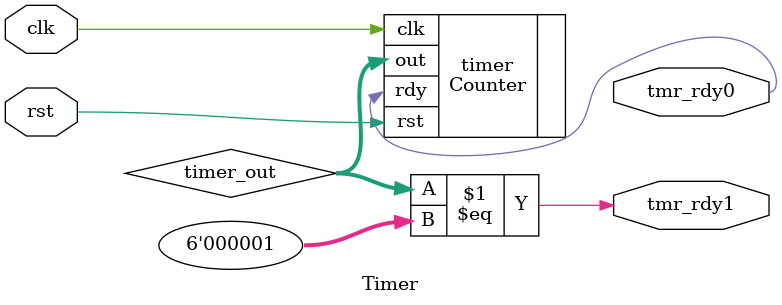
<source format=v>
`timescale 1ns / 1ps


module Timer(
    input clk,															//bemenõ órajel
    input rst,															//bemenõ reset
    output tmr_rdy0,													//kimenõ másodperc jelzõ vezeték
    output tmr_rdy1													//kimenõ másodperc jelzõ vezeték, az elsõ elõtt kb. 17 ms-al elõbb jelez
    );

wire [5:0] timer_out;												//az óra számláló regiszter értéke

//másodperc számláló, 60 frame hosszú ciklus, amit 6 biten lehet tárolni (a sorszámláló számláló ready vezetékét használja számláláshoz, így elég 6 bit)
Counter #(6, 58) timer (
    .clk(clk), 														//csak akkor számol, ha befejezõdött a sorok számolása (felhasználva azt, hogy a szabvány szerinti frissítési sebesség 60 Hz)
    .rst(rst),															//resetelhetõ
    .rdy(tmr_rdy0),													//jelzi, ha letelt egy másodperc
	 .out(timer_out)													//a számláló kimenõ értéke
    );

assign tmr_rdy1 = timer_out == 1;								//egy másik vezetéken is jelezzük az egy másodperc leteltét 25 000 000 / 60 órajellel elõtte (kb. 17 ms idõ)

endmodule

</source>
